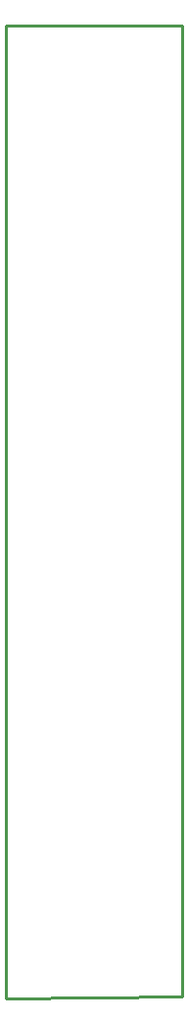
<source format=gko>
G04 Layer: BoardOutlineLayer*
G04 EasyEDA v6.5.34, 2023-08-27 08:43:48*
G04 e4fe155263a340deae7a3384ae965621,d57712b53ce844a48ecc409583de2b89,10*
G04 Gerber Generator version 0.2*
G04 Scale: 100 percent, Rotated: No, Reflected: No *
G04 Dimensions in millimeters *
G04 leading zeros omitted , absolute positions ,4 integer and 5 decimal *
%FSLAX45Y45*%
%MOMM*%

%ADD10C,0.2540*%
D10*
X762000Y6604000D02*
G01*
X2286000Y6604000D01*
X2286000Y-1765300D01*
X762000Y-1778000D01*
X762000Y6604000D01*

%LPD*%
M02*

</source>
